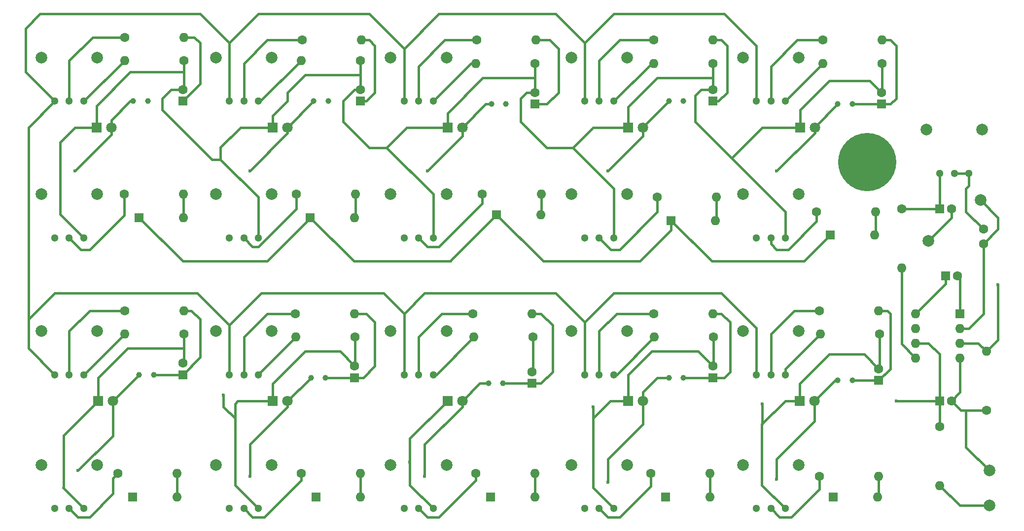
<source format=gbr>
%TF.GenerationSoftware,KiCad,Pcbnew,8.0.7*%
%TF.CreationDate,2025-01-19T09:45:11-05:00*%
%TF.ProjectId,drone_ting,64726f6e-655f-4746-996e-672e6b696361,rev?*%
%TF.SameCoordinates,Original*%
%TF.FileFunction,Copper,L2,Bot*%
%TF.FilePolarity,Positive*%
%FSLAX46Y46*%
G04 Gerber Fmt 4.6, Leading zero omitted, Abs format (unit mm)*
G04 Created by KiCad (PCBNEW 8.0.7) date 2025-01-19 09:45:11*
%MOMM*%
%LPD*%
G01*
G04 APERTURE LIST*
%TA.AperFunction,ComponentPad*%
%ADD10R,1.800000X1.800000*%
%TD*%
%TA.AperFunction,ComponentPad*%
%ADD11C,1.800000*%
%TD*%
%TA.AperFunction,ComponentPad*%
%ADD12C,2.000000*%
%TD*%
%TA.AperFunction,ComponentPad*%
%ADD13C,1.300000*%
%TD*%
%TA.AperFunction,ComponentPad*%
%ADD14C,10.000000*%
%TD*%
%TA.AperFunction,ComponentPad*%
%ADD15C,1.600000*%
%TD*%
%TA.AperFunction,ComponentPad*%
%ADD16O,1.600000X1.600000*%
%TD*%
%TA.AperFunction,ComponentPad*%
%ADD17C,1.000000*%
%TD*%
%TA.AperFunction,ComponentPad*%
%ADD18R,1.600000X1.600000*%
%TD*%
%TA.AperFunction,ViaPad*%
%ADD19C,0.600000*%
%TD*%
%TA.AperFunction,Conductor*%
%ADD20C,0.400000*%
%TD*%
G04 APERTURE END LIST*
D10*
%TO.P,D2,1,K*%
%TO.N,GND*%
X53960000Y-99000000D03*
D11*
%TO.P,D2,2,A*%
%TO.N,Net-(D2-A)*%
X56500000Y-99000000D03*
%TD*%
D10*
%TO.P,D22,1,K*%
%TO.N,GND*%
X174460000Y-99000000D03*
D11*
%TO.P,D22,2,A*%
%TO.N,Net-(D22-A)*%
X177000000Y-99000000D03*
%TD*%
D12*
%TO.P,REF\u002A\u002A,1*%
%TO.N,GND*%
X207000000Y-111000000D03*
%TD*%
D13*
%TO.P,RV7,1,1*%
%TO.N,+12V*%
X76500000Y-47500000D03*
%TO.P,RV7,2,2*%
%TO.N,Net-(R10-Pad1)*%
X79000000Y-47500000D03*
%TO.P,RV7,3,3*%
%TO.N,Net-(R13-Pad2)*%
X81500000Y-47500000D03*
D12*
%TO.P,RV7,*%
%TO.N,*%
X74200000Y-40000000D03*
X83800000Y-40000000D03*
%TD*%
D13*
%TO.P,RV13,1,1*%
%TO.N,+12V*%
X106500000Y-47500000D03*
%TO.P,RV13,2,2*%
%TO.N,Net-(R19-Pad1)*%
X109000000Y-47500000D03*
%TO.P,RV13,3,3*%
%TO.N,Net-(R21-Pad2)*%
X111500000Y-47500000D03*
D12*
%TO.P,RV13,*%
%TO.N,*%
X104200000Y-40000000D03*
X113800000Y-40000000D03*
%TD*%
D13*
%TO.P,RV24,1,1*%
%TO.N,Net-(D21-A)*%
X167000000Y-71000000D03*
%TO.P,RV24,2,2*%
%TO.N,Net-(R38-Pad1)*%
X169500000Y-71000000D03*
%TO.P,RV24,3,3*%
%TO.N,GND*%
X172000000Y-71000000D03*
D12*
%TO.P,RV24,*%
%TO.N,*%
X164700000Y-63500000D03*
X174300000Y-63500000D03*
%TD*%
D13*
%TO.P,RV18,1,1*%
%TO.N,+12V*%
X137500000Y-94500000D03*
%TO.P,RV18,2,2*%
%TO.N,Net-(R27-Pad1)*%
X140000000Y-94500000D03*
%TO.P,RV18,3,3*%
%TO.N,Net-(R29-Pad2)*%
X142500000Y-94500000D03*
D12*
%TO.P,RV18,*%
%TO.N,*%
X135200000Y-87000000D03*
X144800000Y-87000000D03*
%TD*%
D13*
%TO.P,RV16,1,1*%
%TO.N,Net-(D14-A)*%
X106500000Y-117500000D03*
%TO.P,RV16,2,2*%
%TO.N,Net-(R24-Pad1)*%
X109000000Y-117500000D03*
%TO.P,RV16,3,3*%
%TO.N,GND*%
X111500000Y-117500000D03*
D12*
%TO.P,RV16,*%
%TO.N,*%
X104200000Y-110000000D03*
X113800000Y-110000000D03*
%TD*%
D13*
%TO.P,RV15,1,1*%
%TO.N,Net-(D13-A)*%
X106500000Y-71000000D03*
%TO.P,RV15,2,2*%
%TO.N,Net-(R23-Pad1)*%
X109000000Y-71000000D03*
%TO.P,RV15,3,3*%
%TO.N,GND*%
X111500000Y-71000000D03*
D12*
%TO.P,RV15,*%
%TO.N,*%
X104200000Y-63500000D03*
X113800000Y-63500000D03*
%TD*%
D10*
%TO.P,D7,1,K*%
%TO.N,GND*%
X83960000Y-52000000D03*
D11*
%TO.P,D7,2,A*%
%TO.N,Net-(D7-A)*%
X86500000Y-52000000D03*
%TD*%
D13*
%TO.P,RV14,1,1*%
%TO.N,+12V*%
X106500000Y-94500000D03*
%TO.P,RV14,2,2*%
%TO.N,Net-(R20-Pad1)*%
X109000000Y-94500000D03*
%TO.P,RV14,3,3*%
%TO.N,Net-(R22-Pad2)*%
X111500000Y-94500000D03*
D12*
%TO.P,RV14,*%
%TO.N,*%
X104200000Y-87000000D03*
X113800000Y-87000000D03*
%TD*%
D13*
%TO.P,RV17,1,1*%
%TO.N,+12V*%
X137500000Y-47500000D03*
%TO.P,RV17,2,2*%
%TO.N,Net-(R26-Pad1)*%
X140000000Y-47500000D03*
%TO.P,RV17,3,3*%
%TO.N,Net-(R28-Pad2)*%
X142500000Y-47500000D03*
D12*
%TO.P,RV17,*%
%TO.N,*%
X135200000Y-40000000D03*
X144800000Y-40000000D03*
%TD*%
D10*
%TO.P,D1,1,K*%
%TO.N,GND*%
X53728872Y-52000000D03*
D11*
%TO.P,D1,2,A*%
%TO.N,Net-(D1-A)*%
X56268872Y-52000000D03*
%TD*%
D12*
%TO.P,REF\u002A\u002A,1*%
%TO.N,GND*%
X205500000Y-64500000D03*
%TD*%
D10*
%TO.P,D13,1,K*%
%TO.N,GND*%
X113960000Y-52000000D03*
D11*
%TO.P,D13,2,A*%
%TO.N,Net-(D13-A)*%
X116500000Y-52000000D03*
%TD*%
D13*
%TO.P,RV2,1,1*%
%TO.N,+12V*%
X46500000Y-94500000D03*
%TO.P,RV2,2,2*%
%TO.N,Net-(R2-Pad1)*%
X49000000Y-94500000D03*
%TO.P,RV2,3,3*%
%TO.N,Net-(R5-Pad2)*%
X51500000Y-94500000D03*
D12*
%TO.P,RV2,*%
%TO.N,*%
X44200000Y-87000000D03*
X53800000Y-87000000D03*
%TD*%
D10*
%TO.P,D14,1,K*%
%TO.N,GND*%
X113960000Y-99000000D03*
D11*
%TO.P,D14,2,A*%
%TO.N,Net-(D14-A)*%
X116500000Y-99000000D03*
%TD*%
D12*
%TO.P,REF\u002A\u002A,1*%
%TO.N,Net-(C15-Pad2)*%
X196500000Y-71500000D03*
%TD*%
D10*
%TO.P,D21,1,K*%
%TO.N,GND*%
X174500000Y-52000000D03*
D11*
%TO.P,D21,2,A*%
%TO.N,Net-(D21-A)*%
X177040000Y-52000000D03*
%TD*%
D13*
%TO.P,RV10,1,1*%
%TO.N,Net-(D7-A)*%
X76500000Y-71000000D03*
%TO.P,RV10,2,2*%
%TO.N,Net-(R16-Pad1)*%
X79000000Y-71000000D03*
%TO.P,RV10,3,3*%
%TO.N,GND*%
X81500000Y-71000000D03*
D12*
%TO.P,RV10,*%
%TO.N,*%
X74200000Y-63500000D03*
X83800000Y-63500000D03*
%TD*%
D10*
%TO.P,D8,1,K*%
%TO.N,GND*%
X83960000Y-99000000D03*
D11*
%TO.P,D8,2,A*%
%TO.N,Net-(D8-A)*%
X86500000Y-99000000D03*
%TD*%
D13*
%TO.P,RV8,1,1*%
%TO.N,+12V*%
X76500000Y-94500000D03*
%TO.P,RV8,2,2*%
%TO.N,Net-(R11-Pad1)*%
X79000000Y-94500000D03*
%TO.P,RV8,3,3*%
%TO.N,Net-(R14-Pad2)*%
X81500000Y-94500000D03*
D12*
%TO.P,RV8,*%
%TO.N,*%
X74200000Y-87000000D03*
X83800000Y-87000000D03*
%TD*%
%TO.P,REF\u002A\u002A,1*%
%TO.N,+12V*%
X207000000Y-117000000D03*
%TD*%
D13*
%TO.P,RV23,1,1*%
%TO.N,Net-(C15-Pad1)*%
X198500000Y-59887500D03*
%TO.P,RV23,2,2*%
%TO.N,Net-(C16-Pad1)*%
X201000000Y-59887500D03*
%TO.P,RV23,3,3*%
X203500000Y-59887500D03*
D12*
%TO.P,RV23,*%
%TO.N,*%
X196200000Y-52387500D03*
X205800000Y-52387500D03*
%TD*%
D13*
%TO.P,RV22,1,1*%
%TO.N,+12V*%
X167000000Y-94500000D03*
%TO.P,RV22,2,2*%
%TO.N,Net-(R35-Pad1)*%
X169500000Y-94500000D03*
%TO.P,RV22,3,3*%
%TO.N,Net-(R37-Pad2)*%
X172000000Y-94500000D03*
D12*
%TO.P,RV22,*%
%TO.N,*%
X164700000Y-87000000D03*
X174300000Y-87000000D03*
%TD*%
D13*
%TO.P,RV20,1,1*%
%TO.N,Net-(D18-A)*%
X137500000Y-117500000D03*
%TO.P,RV20,2,2*%
%TO.N,Net-(R31-Pad1)*%
X140000000Y-117500000D03*
%TO.P,RV20,3,3*%
%TO.N,GND*%
X142500000Y-117500000D03*
D12*
%TO.P,RV20,*%
%TO.N,*%
X135200000Y-110000000D03*
X144800000Y-110000000D03*
%TD*%
D10*
%TO.P,D18,1,K*%
%TO.N,GND*%
X144960000Y-99000000D03*
D11*
%TO.P,D18,2,A*%
%TO.N,Net-(D18-A)*%
X147500000Y-99000000D03*
%TD*%
D14*
%TO.P,REF\u002A\u002A,1*%
%TO.N,N/C*%
X186000000Y-58000000D03*
%TD*%
D13*
%TO.P,RV25,1,1*%
%TO.N,Net-(D22-A)*%
X167000000Y-117500000D03*
%TO.P,RV25,2,2*%
%TO.N,Net-(R39-Pad1)*%
X169500000Y-117500000D03*
%TO.P,RV25,3,3*%
%TO.N,GND*%
X172000000Y-117500000D03*
D12*
%TO.P,RV25,*%
%TO.N,*%
X164700000Y-110000000D03*
X174300000Y-110000000D03*
%TD*%
D13*
%TO.P,RV11,1,1*%
%TO.N,Net-(D8-A)*%
X76500000Y-117500000D03*
%TO.P,RV11,2,2*%
%TO.N,Net-(R17-Pad1)*%
X79000000Y-117500000D03*
%TO.P,RV11,3,3*%
%TO.N,GND*%
X81500000Y-117500000D03*
D12*
%TO.P,RV11,*%
%TO.N,*%
X74200000Y-110000000D03*
X83800000Y-110000000D03*
%TD*%
D13*
%TO.P,RV4,1,1*%
%TO.N,Net-(D1-A)*%
X46500000Y-71000000D03*
%TO.P,RV4,2,2*%
%TO.N,Net-(R7-Pad1)*%
X49000000Y-71000000D03*
%TO.P,RV4,3,3*%
%TO.N,GND*%
X51500000Y-71000000D03*
D12*
%TO.P,RV4,*%
%TO.N,*%
X44200000Y-63500000D03*
X53800000Y-63500000D03*
%TD*%
D10*
%TO.P,D17,1,K*%
%TO.N,GND*%
X145000000Y-52000000D03*
D11*
%TO.P,D17,2,A*%
%TO.N,Net-(D17-A)*%
X147540000Y-52000000D03*
%TD*%
D13*
%TO.P,RV19,1,1*%
%TO.N,Net-(D17-A)*%
X137500000Y-71000000D03*
%TO.P,RV19,2,2*%
%TO.N,Net-(R30-Pad1)*%
X140000000Y-71000000D03*
%TO.P,RV19,3,3*%
%TO.N,GND*%
X142500000Y-71000000D03*
D12*
%TO.P,RV19,*%
%TO.N,*%
X135200000Y-63500000D03*
X144800000Y-63500000D03*
%TD*%
D13*
%TO.P,RV21,1,1*%
%TO.N,+12V*%
X167000000Y-47500000D03*
%TO.P,RV21,2,2*%
%TO.N,Net-(R34-Pad1)*%
X169500000Y-47500000D03*
%TO.P,RV21,3,3*%
%TO.N,Net-(R36-Pad2)*%
X172000000Y-47500000D03*
D12*
%TO.P,RV21,*%
%TO.N,*%
X164700000Y-40000000D03*
X174300000Y-40000000D03*
%TD*%
D13*
%TO.P,RV5,1,1*%
%TO.N,Net-(D2-A)*%
X46500000Y-117500000D03*
%TO.P,RV5,2,2*%
%TO.N,Net-(R8-Pad1)*%
X49000000Y-117500000D03*
%TO.P,RV5,3,3*%
%TO.N,GND*%
X51500000Y-117500000D03*
D12*
%TO.P,RV5,*%
%TO.N,*%
X44200000Y-110000000D03*
X53800000Y-110000000D03*
%TD*%
D13*
%TO.P,RV1,1,1*%
%TO.N,+12V*%
X46500000Y-47500000D03*
%TO.P,RV1,2,2*%
%TO.N,Net-(R1-Pad1)*%
X49000000Y-47500000D03*
%TO.P,RV1,3,3*%
%TO.N,Net-(R4-Pad2)*%
X51500000Y-47500000D03*
D12*
%TO.P,RV1,*%
%TO.N,*%
X44200000Y-40000000D03*
X53800000Y-40000000D03*
%TD*%
D15*
%TO.P,R23,1*%
%TO.N,Net-(R23-Pad1)*%
X119920000Y-63500000D03*
D16*
%TO.P,R23,2*%
%TO.N,Net-(D15-A)*%
X130080000Y-63500000D03*
%TD*%
D15*
%TO.P,R2,1*%
%TO.N,Net-(R2-Pad1)*%
X58500000Y-83500000D03*
D16*
%TO.P,R2,2*%
%TO.N,Net-(Q2-E)*%
X68660000Y-83500000D03*
%TD*%
D15*
%TO.P,R28,1*%
%TO.N,GND*%
X159580000Y-41000000D03*
D16*
%TO.P,R28,2*%
%TO.N,Net-(R28-Pad2)*%
X149420000Y-41000000D03*
%TD*%
D15*
%TO.P,R11,1*%
%TO.N,Net-(R11-Pad1)*%
X87840000Y-84000000D03*
D16*
%TO.P,R11,2*%
%TO.N,Net-(Q5-E)*%
X98000000Y-84000000D03*
%TD*%
D17*
%TO.P,Q11,1,E*%
%TO.N,Net-(Q11-E)*%
X183500000Y-48000000D03*
%TO.P,Q11,3,C*%
%TO.N,Net-(D21-A)*%
X181000000Y-48000000D03*
%TD*%
D18*
%TO.P,D23,1,K*%
%TO.N,Mix*%
X179690000Y-70500000D03*
D16*
%TO.P,D23,2,A*%
%TO.N,Net-(D23-A)*%
X187310000Y-70500000D03*
%TD*%
D18*
%TO.P,D16,1,K*%
%TO.N,Mix*%
X121380000Y-115500000D03*
D16*
%TO.P,D16,2,A*%
%TO.N,Net-(D16-A)*%
X129000000Y-115500000D03*
%TD*%
D15*
%TO.P,R22,1*%
%TO.N,GND*%
X128660000Y-88000000D03*
D16*
%TO.P,R22,2*%
%TO.N,Net-(R22-Pad2)*%
X118500000Y-88000000D03*
%TD*%
D15*
%TO.P,R37,1*%
%TO.N,GND*%
X188160000Y-87500000D03*
D16*
%TO.P,R37,2*%
%TO.N,Net-(R37-Pad2)*%
X178000000Y-87500000D03*
%TD*%
D17*
%TO.P,Q8,1,E*%
%TO.N,Net-(Q8-E)*%
X123500000Y-96000000D03*
%TO.P,Q8,3,C*%
%TO.N,Net-(D14-A)*%
X121000000Y-96000000D03*
%TD*%
D15*
%TO.P,R29,1*%
%TO.N,GND*%
X159660000Y-88000000D03*
D16*
%TO.P,R29,2*%
%TO.N,Net-(R29-Pad2)*%
X149500000Y-88000000D03*
%TD*%
D17*
%TO.P,Q7,1,E*%
%TO.N,Net-(Q7-E)*%
X124000000Y-48000000D03*
%TO.P,Q7,3,C*%
%TO.N,Net-(D13-A)*%
X121500000Y-48000000D03*
%TD*%
D15*
%TO.P,R31,1*%
%TO.N,Net-(R31-Pad1)*%
X148840000Y-111500000D03*
D16*
%TO.P,R31,2*%
%TO.N,Net-(D20-A)*%
X159000000Y-111500000D03*
%TD*%
D15*
%TO.P,R35,1*%
%TO.N,Net-(R35-Pad1)*%
X177840000Y-83500000D03*
D16*
%TO.P,R35,2*%
%TO.N,Net-(Q12-E)*%
X188000000Y-83500000D03*
%TD*%
D17*
%TO.P,Q2,1,E*%
%TO.N,Net-(Q2-E)*%
X63500000Y-94500000D03*
%TO.P,Q2,3,C*%
%TO.N,Net-(D2-A)*%
X61000000Y-94500000D03*
%TD*%
D15*
%TO.P,C16,1*%
%TO.N,Net-(C16-Pad1)*%
X206000000Y-69500000D03*
%TO.P,C16,2*%
%TO.N,GND*%
X206000000Y-72000000D03*
%TD*%
D18*
%TO.P,C9,1*%
%TO.N,+12V*%
X198500000Y-99000000D03*
D15*
%TO.P,C9,2*%
%TO.N,GND*%
X200500000Y-99000000D03*
%TD*%
%TO.P,R21,1*%
%TO.N,GND*%
X129000000Y-41000000D03*
D16*
%TO.P,R21,2*%
%TO.N,Net-(R21-Pad2)*%
X118840000Y-41000000D03*
%TD*%
D18*
%TO.P,C7,1*%
%TO.N,Net-(Q7-E)*%
X129000000Y-48000000D03*
D15*
%TO.P,C7,2*%
%TO.N,GND*%
X129000000Y-46000000D03*
%TD*%
D18*
%TO.P,C2,1*%
%TO.N,Net-(Q2-E)*%
X68500000Y-94500000D03*
D15*
%TO.P,C2,2*%
%TO.N,GND*%
X68500000Y-92500000D03*
%TD*%
%TO.P,R32,1*%
%TO.N,GND*%
X206500000Y-100660000D03*
D16*
%TO.P,R32,2*%
%TO.N,Mix*%
X206500000Y-90500000D03*
%TD*%
D17*
%TO.P,Q1,1,E*%
%TO.N,Net-(Q1-E)*%
X62500000Y-47500000D03*
%TO.P,Q1,3,C*%
%TO.N,Net-(D1-A)*%
X60000000Y-47500000D03*
%TD*%
D15*
%TO.P,R13,1*%
%TO.N,GND*%
X99000000Y-40500000D03*
D16*
%TO.P,R13,2*%
%TO.N,Net-(R13-Pad2)*%
X88840000Y-40500000D03*
%TD*%
D15*
%TO.P,R4,1*%
%TO.N,GND*%
X68660000Y-40500000D03*
D16*
%TO.P,R4,2*%
%TO.N,Net-(R4-Pad2)*%
X58500000Y-40500000D03*
%TD*%
D17*
%TO.P,Q12,1,E*%
%TO.N,Net-(Q12-E)*%
X183500000Y-95500000D03*
%TO.P,Q12,3,C*%
%TO.N,Net-(D22-A)*%
X181000000Y-95500000D03*
%TD*%
%TO.P,Q4,1,E*%
%TO.N,Net-(Q4-E)*%
X93500000Y-47500000D03*
%TO.P,Q4,3,C*%
%TO.N,Net-(D7-A)*%
X91000000Y-47500000D03*
%TD*%
D15*
%TO.P,R19,1*%
%TO.N,Net-(R19-Pad1)*%
X119000000Y-37000000D03*
D16*
%TO.P,R19,2*%
%TO.N,Net-(Q7-E)*%
X129160000Y-37000000D03*
%TD*%
D18*
%TO.P,C14,1*%
%TO.N,Net-(C14-Pad1)*%
X199500000Y-77500000D03*
D15*
%TO.P,C14,2*%
%TO.N,Net-(C14-Pad2)*%
X201500000Y-77500000D03*
%TD*%
D18*
%TO.P,D4,1,K*%
%TO.N,Mix*%
X61000000Y-67500000D03*
D16*
%TO.P,D4,2,A*%
%TO.N,Net-(D4-A)*%
X68620000Y-67500000D03*
%TD*%
D18*
%TO.P,D24,1,K*%
%TO.N,Mix*%
X180190000Y-115500000D03*
D16*
%TO.P,D24,2,A*%
%TO.N,Net-(D24-A)*%
X187810000Y-115500000D03*
%TD*%
D17*
%TO.P,Q5,1,E*%
%TO.N,Net-(Q5-E)*%
X93000000Y-95000000D03*
%TO.P,Q5,3,C*%
%TO.N,Net-(D8-A)*%
X90500000Y-95000000D03*
%TD*%
D15*
%TO.P,R36,1*%
%TO.N,GND*%
X188580000Y-41000000D03*
D16*
%TO.P,R36,2*%
%TO.N,Net-(R36-Pad2)*%
X178420000Y-41000000D03*
%TD*%
D18*
%TO.P,D20,1,K*%
%TO.N,Mix*%
X151380000Y-115500000D03*
D16*
%TO.P,D20,2,A*%
%TO.N,Net-(D20-A)*%
X159000000Y-115500000D03*
%TD*%
D18*
%TO.P,D10,1,K*%
%TO.N,Mix*%
X90380000Y-67500000D03*
D16*
%TO.P,D10,2,A*%
%TO.N,Net-(D10-A)*%
X98000000Y-67500000D03*
%TD*%
D18*
%TO.P,C1,1*%
%TO.N,Net-(Q1-E)*%
X68500000Y-47500000D03*
D15*
%TO.P,C1,2*%
%TO.N,GND*%
X68500000Y-45500000D03*
%TD*%
%TO.P,R24,1*%
%TO.N,Net-(R24-Pad1)*%
X118840000Y-111500000D03*
D16*
%TO.P,R24,2*%
%TO.N,Net-(D16-A)*%
X129000000Y-111500000D03*
%TD*%
D18*
%TO.P,D19,1,K*%
%TO.N,Mix*%
X152380000Y-68000000D03*
D16*
%TO.P,D19,2,A*%
%TO.N,Net-(D19-A)*%
X160000000Y-68000000D03*
%TD*%
D17*
%TO.P,Q9,1,E*%
%TO.N,Net-(Q9-E)*%
X154500000Y-47500000D03*
%TO.P,Q9,3,C*%
%TO.N,Net-(D17-A)*%
X152000000Y-47500000D03*
%TD*%
D15*
%TO.P,R10,1*%
%TO.N,Net-(R10-Pad1)*%
X89000000Y-37000000D03*
D16*
%TO.P,R10,2*%
%TO.N,Net-(Q4-E)*%
X99160000Y-37000000D03*
%TD*%
D18*
%TO.P,C8,1*%
%TO.N,Net-(Q8-E)*%
X128500000Y-96000000D03*
D15*
%TO.P,C8,2*%
%TO.N,GND*%
X128500000Y-94000000D03*
%TD*%
D18*
%TO.P,U1,1,GAIN*%
%TO.N,Net-(C14-Pad2)*%
X202000000Y-84000000D03*
D16*
%TO.P,U1,2,-*%
%TO.N,GND*%
X202000000Y-86540000D03*
%TO.P,U1,3,+*%
%TO.N,Mix*%
X202000000Y-89080000D03*
%TO.P,U1,4,GND*%
%TO.N,GND*%
X202000000Y-91620000D03*
%TO.P,U1,5*%
%TO.N,Net-(R33-Pad2)*%
X194380000Y-91620000D03*
%TO.P,U1,6,V+*%
%TO.N,+12V*%
X194380000Y-89080000D03*
%TO.P,U1,7,BYPASS*%
%TO.N,unconnected-(U1-BYPASS-Pad7)*%
X194380000Y-86540000D03*
%TO.P,U1,8,GAIN*%
%TO.N,Net-(C14-Pad1)*%
X194380000Y-84000000D03*
%TD*%
D17*
%TO.P,Q10,1,E*%
%TO.N,Net-(Q10-E)*%
X154500000Y-95000000D03*
%TO.P,Q10,3,C*%
%TO.N,Net-(D18-A)*%
X152000000Y-95000000D03*
%TD*%
D15*
%TO.P,R33,1*%
%TO.N,Net-(C15-Pad1)*%
X192000000Y-66000000D03*
D16*
%TO.P,R33,2*%
%TO.N,Net-(R33-Pad2)*%
X192000000Y-76160000D03*
%TD*%
D15*
%TO.P,R5,1*%
%TO.N,GND*%
X68660000Y-87500000D03*
D16*
%TO.P,R5,2*%
%TO.N,Net-(R5-Pad2)*%
X58500000Y-87500000D03*
%TD*%
D15*
%TO.P,R8,1*%
%TO.N,Net-(R8-Pad1)*%
X57340000Y-111500000D03*
D16*
%TO.P,R8,2*%
%TO.N,Net-(D5-A)*%
X67500000Y-111500000D03*
%TD*%
D18*
%TO.P,C5,1*%
%TO.N,Net-(Q5-E)*%
X98000000Y-95000000D03*
D15*
%TO.P,C5,2*%
%TO.N,GND*%
X98000000Y-93000000D03*
%TD*%
%TO.P,R25,1*%
%TO.N,+12V*%
X198500000Y-103420000D03*
D16*
%TO.P,R25,2*%
X198500000Y-113580000D03*
%TD*%
D15*
%TO.P,R34,1*%
%TO.N,Net-(R34-Pad1)*%
X178420000Y-37000000D03*
D16*
%TO.P,R34,2*%
%TO.N,Net-(Q11-E)*%
X188580000Y-37000000D03*
%TD*%
D15*
%TO.P,R27,1*%
%TO.N,Net-(R27-Pad1)*%
X149340000Y-84000000D03*
D16*
%TO.P,R27,2*%
%TO.N,Net-(Q10-E)*%
X159500000Y-84000000D03*
%TD*%
D18*
%TO.P,C15,1*%
%TO.N,Net-(C15-Pad1)*%
X198500000Y-66000000D03*
D15*
%TO.P,C15,2*%
%TO.N,Net-(C15-Pad2)*%
X200500000Y-66000000D03*
%TD*%
%TO.P,R38,1*%
%TO.N,Net-(R38-Pad1)*%
X177340000Y-66500000D03*
D16*
%TO.P,R38,2*%
%TO.N,Net-(D23-A)*%
X187500000Y-66500000D03*
%TD*%
D18*
%TO.P,C4,1*%
%TO.N,Net-(Q4-E)*%
X99000000Y-47500000D03*
D15*
%TO.P,C4,2*%
%TO.N,GND*%
X99000000Y-45500000D03*
%TD*%
D18*
%TO.P,C12,1*%
%TO.N,Net-(Q11-E)*%
X188500000Y-48000000D03*
D15*
%TO.P,C12,2*%
%TO.N,GND*%
X188500000Y-46000000D03*
%TD*%
%TO.P,R14,1*%
%TO.N,GND*%
X98080000Y-88000000D03*
D16*
%TO.P,R14,2*%
%TO.N,Net-(R14-Pad2)*%
X87920000Y-88000000D03*
%TD*%
D18*
%TO.P,D5,1,K*%
%TO.N,Mix*%
X59880000Y-115500000D03*
D16*
%TO.P,D5,2,A*%
%TO.N,Net-(D5-A)*%
X67500000Y-115500000D03*
%TD*%
D15*
%TO.P,R1,1*%
%TO.N,Net-(R1-Pad1)*%
X58500000Y-36500000D03*
D16*
%TO.P,R1,2*%
%TO.N,Net-(Q1-E)*%
X68660000Y-36500000D03*
%TD*%
D15*
%TO.P,R7,1*%
%TO.N,Net-(R7-Pad1)*%
X58420000Y-63500000D03*
D16*
%TO.P,R7,2*%
%TO.N,Net-(D4-A)*%
X68580000Y-63500000D03*
%TD*%
D15*
%TO.P,R16,1*%
%TO.N,Net-(R16-Pad1)*%
X88000000Y-63500000D03*
D16*
%TO.P,R16,2*%
%TO.N,Net-(D10-A)*%
X98160000Y-63500000D03*
%TD*%
D15*
%TO.P,R30,1*%
%TO.N,Net-(R30-Pad1)*%
X150000000Y-64000000D03*
D16*
%TO.P,R30,2*%
%TO.N,Net-(D19-A)*%
X160160000Y-64000000D03*
%TD*%
D18*
%TO.P,D11,1,K*%
%TO.N,Mix*%
X91380000Y-115500000D03*
D16*
%TO.P,D11,2,A*%
%TO.N,Net-(D11-A)*%
X99000000Y-115500000D03*
%TD*%
D15*
%TO.P,R17,1*%
%TO.N,Net-(R17-Pad1)*%
X88840000Y-111500000D03*
D16*
%TO.P,R17,2*%
%TO.N,Net-(D11-A)*%
X99000000Y-111500000D03*
%TD*%
D15*
%TO.P,R26,1*%
%TO.N,Net-(R26-Pad1)*%
X149420000Y-37000000D03*
D16*
%TO.P,R26,2*%
%TO.N,Net-(Q9-E)*%
X159580000Y-37000000D03*
%TD*%
D18*
%TO.P,C11,1*%
%TO.N,Net-(Q10-E)*%
X159500000Y-95000000D03*
D15*
%TO.P,C11,2*%
%TO.N,GND*%
X159500000Y-93000000D03*
%TD*%
D18*
%TO.P,C13,1*%
%TO.N,Net-(Q12-E)*%
X188000000Y-95500000D03*
D15*
%TO.P,C13,2*%
%TO.N,GND*%
X188000000Y-93500000D03*
%TD*%
%TO.P,R39,1*%
%TO.N,Net-(R39-Pad1)*%
X177840000Y-112000000D03*
D16*
%TO.P,R39,2*%
%TO.N,Net-(D24-A)*%
X188000000Y-112000000D03*
%TD*%
D15*
%TO.P,R20,1*%
%TO.N,Net-(R20-Pad1)*%
X118340000Y-84000000D03*
D16*
%TO.P,R20,2*%
%TO.N,Net-(Q8-E)*%
X128500000Y-84000000D03*
%TD*%
D18*
%TO.P,D15,1,K*%
%TO.N,Mix*%
X122380000Y-67000000D03*
D16*
%TO.P,D15,2,A*%
%TO.N,Net-(D15-A)*%
X130000000Y-67000000D03*
%TD*%
D18*
%TO.P,C10,1*%
%TO.N,Net-(Q9-E)*%
X159500000Y-47500000D03*
D15*
%TO.P,C10,2*%
%TO.N,GND*%
X159500000Y-45500000D03*
%TD*%
D19*
%TO.N,Net-(D1-A)*%
X50000000Y-59500000D03*
%TO.N,+12V*%
X191000000Y-99000000D03*
%TO.N,GND*%
X107500000Y-109500000D03*
X139000000Y-100000000D03*
X168000000Y-99500000D03*
X75500000Y-98000000D03*
%TO.N,Net-(D2-A)*%
X50500000Y-111000000D03*
%TO.N,Mix*%
X208500000Y-79000000D03*
%TO.N,Net-(D7-A)*%
X80000000Y-59500000D03*
%TO.N,Net-(D8-A)*%
X80000000Y-112000000D03*
%TO.N,Net-(D13-A)*%
X110500000Y-59500000D03*
%TO.N,Net-(D14-A)*%
X110000000Y-112000000D03*
%TO.N,Net-(D17-A)*%
X141500000Y-59500000D03*
%TO.N,Net-(D18-A)*%
X141500000Y-113000000D03*
%TO.N,Net-(D21-A)*%
X170500000Y-59500000D03*
%TO.N,Net-(D22-A)*%
X170500000Y-112500000D03*
%TD*%
D20*
%TO.N,Net-(D1-A)*%
X59500000Y-47500000D02*
X56268872Y-50731128D01*
X56268872Y-53231128D02*
X56268872Y-52000000D01*
X56268872Y-50731128D02*
X56268872Y-52000000D01*
X60000000Y-47500000D02*
X59500000Y-47500000D01*
X50000000Y-59500000D02*
X56268872Y-53231128D01*
%TO.N,Net-(Q1-E)*%
X68660000Y-36500000D02*
X70500000Y-36500000D01*
X71500000Y-44500000D02*
X68500000Y-47500000D01*
X71500000Y-37500000D02*
X71500000Y-44500000D01*
X70500000Y-36500000D02*
X71500000Y-37500000D01*
%TO.N,+12V*%
X106500000Y-38500000D02*
X106500000Y-47500000D01*
X137500000Y-85500000D02*
X142500000Y-80500000D01*
X46500000Y-80500000D02*
X71000000Y-80500000D01*
X76500000Y-86000000D02*
X76500000Y-94500000D01*
X42000000Y-52000000D02*
X42000000Y-85000000D01*
X71000000Y-80500000D02*
X76500000Y-86000000D01*
X76500000Y-37500000D02*
X81500000Y-32500000D01*
X76500000Y-86000000D02*
X82000000Y-80500000D01*
X207000000Y-117000000D02*
X201920000Y-117000000D01*
X106500000Y-84000000D02*
X110000000Y-80500000D01*
X42000000Y-85000000D02*
X46500000Y-80500000D01*
X76500000Y-37500000D02*
X76500000Y-47500000D01*
X137500000Y-85500000D02*
X137500000Y-94500000D01*
X196580000Y-89080000D02*
X198500000Y-91000000D01*
X167000000Y-38000000D02*
X167000000Y-47500000D01*
X132500000Y-32500000D02*
X137500000Y-37500000D01*
X106500000Y-84000000D02*
X106500000Y-94500000D01*
X106500000Y-38500000D02*
X112500000Y-32500000D01*
X137500000Y-37500000D02*
X137500000Y-47500000D01*
X41500000Y-42500000D02*
X41500000Y-35000000D01*
X142500000Y-32500000D02*
X161500000Y-32500000D01*
X110000000Y-80500000D02*
X132500000Y-80500000D01*
X137500000Y-37500000D02*
X142500000Y-32500000D01*
X198500000Y-91000000D02*
X198500000Y-99000000D01*
X41500000Y-35000000D02*
X44000000Y-32500000D01*
X42000000Y-85000000D02*
X42000000Y-90000000D01*
X71500000Y-32500000D02*
X76500000Y-37500000D01*
X161500000Y-32500000D02*
X167000000Y-38000000D01*
X46500000Y-47500000D02*
X41500000Y-42500000D01*
X132500000Y-80500000D02*
X137500000Y-85500000D01*
X198500000Y-99000000D02*
X191000000Y-99000000D01*
X198500000Y-103420000D02*
X198500000Y-99000000D01*
X44000000Y-32500000D02*
X71500000Y-32500000D01*
X100500000Y-32500000D02*
X106500000Y-38500000D01*
X42000000Y-90000000D02*
X46500000Y-94500000D01*
X112500000Y-32500000D02*
X132500000Y-32500000D01*
X167000000Y-86500000D02*
X167000000Y-94500000D01*
X161000000Y-80500000D02*
X167000000Y-86500000D01*
X103000000Y-80500000D02*
X106500000Y-84000000D01*
X82000000Y-80500000D02*
X103000000Y-80500000D01*
X142500000Y-80500000D02*
X161000000Y-80500000D01*
X194380000Y-89080000D02*
X196580000Y-89080000D01*
X201920000Y-117000000D02*
X198500000Y-113580000D01*
X81500000Y-32500000D02*
X100500000Y-32500000D01*
X46500000Y-47500000D02*
X42000000Y-52000000D01*
%TO.N,GND*%
X47460000Y-66960000D02*
X51500000Y-71000000D01*
X99000000Y-45500000D02*
X98000000Y-45500000D01*
X54000000Y-95000000D02*
X54000000Y-96000000D01*
X128660000Y-93840000D02*
X128500000Y-94000000D01*
X203000000Y-107000000D02*
X203000000Y-100660000D01*
X53960000Y-99000000D02*
X48000000Y-104960000D01*
X50000000Y-52000000D02*
X47460000Y-54540000D01*
X141960000Y-99000000D02*
X138960000Y-102000000D01*
X77460000Y-102000000D02*
X77460000Y-113460000D01*
X206500000Y-100660000D02*
X203000000Y-100660000D01*
X188500000Y-46000000D02*
X186500000Y-44000000D01*
X95500000Y-90500000D02*
X89500000Y-90500000D01*
X202160000Y-100660000D02*
X200500000Y-99000000D01*
X179500000Y-91000000D02*
X174460000Y-96040000D01*
X96000000Y-51000000D02*
X100500000Y-55500000D01*
X99000000Y-43000000D02*
X89500000Y-43000000D01*
X157500000Y-45500000D02*
X156500000Y-46500000D01*
X172000000Y-66500000D02*
X172000000Y-71000000D01*
X128660000Y-88000000D02*
X128660000Y-93840000D01*
X98080000Y-88000000D02*
X98080000Y-92920000D01*
X159580000Y-45420000D02*
X159500000Y-45500000D01*
X208500000Y-69500000D02*
X206000000Y-72000000D01*
X159660000Y-88000000D02*
X159660000Y-92840000D01*
X202000000Y-97500000D02*
X202000000Y-91620000D01*
X107500000Y-109500000D02*
X107500000Y-113420000D01*
X174500000Y-49000000D02*
X174500000Y-52000000D01*
X159580000Y-43000000D02*
X159580000Y-43500000D01*
X73500000Y-57500000D02*
X75000000Y-57500000D01*
X159580000Y-43500000D02*
X150000000Y-43500000D01*
X75000000Y-55460000D02*
X75000000Y-57500000D01*
X68660000Y-92340000D02*
X68500000Y-92500000D01*
X131000000Y-55500000D02*
X135500000Y-55500000D01*
X188160000Y-93340000D02*
X188000000Y-93500000D01*
X99000000Y-40500000D02*
X99000000Y-43000000D01*
X47460000Y-54540000D02*
X47460000Y-66960000D01*
X98000000Y-93000000D02*
X95500000Y-90500000D01*
X68660000Y-44840000D02*
X68660000Y-42500000D01*
X188580000Y-43000000D02*
X188580000Y-45920000D01*
X185500000Y-91000000D02*
X179500000Y-91000000D01*
X203460000Y-86540000D02*
X202000000Y-86540000D01*
X100500000Y-55500000D02*
X103500000Y-55500000D01*
X59500000Y-42500000D02*
X53728872Y-48271128D01*
X144960000Y-99000000D02*
X141960000Y-99000000D01*
X174460000Y-96040000D02*
X174460000Y-99000000D01*
X83960000Y-96040000D02*
X83960000Y-99000000D01*
X135500000Y-55500000D02*
X142500000Y-62500000D01*
X113960000Y-49540000D02*
X113960000Y-52000000D01*
X139000000Y-52000000D02*
X135500000Y-55500000D01*
X208500000Y-67500000D02*
X208500000Y-69500000D01*
X103500000Y-55500000D02*
X111500000Y-63500000D01*
X53960000Y-96040000D02*
X53960000Y-99000000D01*
X68660000Y-90000000D02*
X68660000Y-92340000D01*
X174460000Y-99000000D02*
X171960000Y-99000000D01*
X156500000Y-51000000D02*
X162750000Y-57250000D01*
X159580000Y-43500000D02*
X159580000Y-45420000D01*
X98000000Y-45500000D02*
X96000000Y-47500000D01*
X107500000Y-113420000D02*
X107460000Y-113460000D01*
X157000000Y-90500000D02*
X149000000Y-90500000D01*
X48000000Y-113920000D02*
X47960000Y-113960000D01*
X78460000Y-52000000D02*
X75000000Y-55460000D01*
X168000000Y-102960000D02*
X167960000Y-103000000D01*
X203000000Y-100660000D02*
X202160000Y-100660000D01*
X168000000Y-99500000D02*
X168000000Y-102960000D01*
X77460000Y-99500000D02*
X77460000Y-102000000D01*
X47960000Y-113960000D02*
X51500000Y-117500000D01*
X188580000Y-41000000D02*
X188580000Y-43000000D01*
X75500000Y-100040000D02*
X77460000Y-102000000D01*
X139000000Y-101960000D02*
X138960000Y-102000000D01*
X107500000Y-105460000D02*
X107500000Y-109500000D01*
X68660000Y-90000000D02*
X59000000Y-90000000D01*
X167960000Y-103000000D02*
X167960000Y-113460000D01*
X138960000Y-102000000D02*
X138960000Y-113960000D01*
X188000000Y-93500000D02*
X185500000Y-91000000D01*
X86500000Y-46000000D02*
X86500000Y-47500000D01*
X150000000Y-43500000D02*
X145000000Y-48500000D01*
X83960000Y-99000000D02*
X77960000Y-99000000D01*
X65000000Y-47000000D02*
X65000000Y-49000000D01*
X159500000Y-45500000D02*
X157500000Y-45500000D01*
X77960000Y-99000000D02*
X77460000Y-99500000D01*
X68660000Y-42500000D02*
X68660000Y-40500000D01*
X68500000Y-45500000D02*
X68500000Y-45000000D01*
X206000000Y-84000000D02*
X203460000Y-86540000D01*
X111500000Y-63500000D02*
X111500000Y-71000000D01*
X59000000Y-90000000D02*
X54000000Y-95000000D01*
X113960000Y-99000000D02*
X107500000Y-105460000D01*
X68660000Y-87500000D02*
X68660000Y-90000000D01*
X171960000Y-99000000D02*
X167960000Y-103000000D01*
X127500000Y-46000000D02*
X126500000Y-47000000D01*
X129000000Y-43500000D02*
X120000000Y-43500000D01*
X138960000Y-113960000D02*
X142500000Y-117500000D01*
X54000000Y-96000000D02*
X53960000Y-96040000D01*
X205500000Y-64500000D02*
X208500000Y-67500000D01*
X207000000Y-111000000D02*
X203000000Y-107000000D01*
X145000000Y-48500000D02*
X145000000Y-52000000D01*
X144960000Y-94540000D02*
X144960000Y-99000000D01*
X139000000Y-100000000D02*
X139000000Y-101960000D01*
X48000000Y-104960000D02*
X48000000Y-113920000D01*
X188160000Y-87500000D02*
X188160000Y-93340000D01*
X156500000Y-46500000D02*
X156500000Y-51000000D01*
X68500000Y-45500000D02*
X66500000Y-45500000D01*
X129000000Y-43500000D02*
X129000000Y-46000000D01*
X66500000Y-45500000D02*
X65000000Y-47000000D01*
X179500000Y-44000000D02*
X174500000Y-49000000D01*
X107460000Y-113460000D02*
X111500000Y-117500000D01*
X174500000Y-52000000D02*
X168000000Y-52000000D01*
X53728872Y-48271128D02*
X53728872Y-52000000D01*
X142500000Y-62500000D02*
X142500000Y-71000000D01*
X145000000Y-52000000D02*
X139000000Y-52000000D01*
X129000000Y-46000000D02*
X127500000Y-46000000D01*
X68500000Y-45000000D02*
X68660000Y-44840000D01*
X77460000Y-113460000D02*
X81500000Y-117500000D01*
X89500000Y-43000000D02*
X86500000Y-46000000D01*
X81500000Y-64000000D02*
X81500000Y-71000000D01*
X168000000Y-52000000D02*
X162750000Y-57250000D01*
X75500000Y-98000000D02*
X75500000Y-100040000D01*
X159500000Y-93000000D02*
X157000000Y-90500000D01*
X126500000Y-47000000D02*
X126500000Y-51000000D01*
X75000000Y-57500000D02*
X81500000Y-64000000D01*
X107000000Y-52000000D02*
X103500000Y-55500000D01*
X68660000Y-42500000D02*
X59500000Y-42500000D01*
X149000000Y-90500000D02*
X144960000Y-94540000D01*
X89500000Y-90500000D02*
X83960000Y-96040000D01*
X120000000Y-43500000D02*
X113960000Y-49540000D01*
X186500000Y-44000000D02*
X179500000Y-44000000D01*
X113960000Y-52000000D02*
X107000000Y-52000000D01*
X96000000Y-47500000D02*
X96000000Y-51000000D01*
X98080000Y-92920000D02*
X98000000Y-93000000D01*
X126500000Y-51000000D02*
X131000000Y-55500000D01*
X200500000Y-99000000D02*
X202000000Y-97500000D01*
X129000000Y-41000000D02*
X129000000Y-43500000D01*
X206000000Y-72000000D02*
X206000000Y-84000000D01*
X99000000Y-43000000D02*
X99000000Y-45500000D01*
X159660000Y-92840000D02*
X159500000Y-93000000D01*
X65000000Y-49000000D02*
X73500000Y-57500000D01*
X167960000Y-113460000D02*
X172000000Y-117500000D01*
X83960000Y-52000000D02*
X78460000Y-52000000D01*
X86500000Y-47500000D02*
X83960000Y-50040000D01*
X159580000Y-41000000D02*
X159580000Y-43000000D01*
X188580000Y-45920000D02*
X188500000Y-46000000D01*
X53728872Y-52000000D02*
X50000000Y-52000000D01*
X83960000Y-50040000D02*
X83960000Y-52000000D01*
X162750000Y-57250000D02*
X172000000Y-66500000D01*
%TO.N,Net-(Q2-E)*%
X68500000Y-94500000D02*
X63500000Y-94500000D01*
X71500000Y-91500000D02*
X68500000Y-94500000D01*
X70000000Y-83500000D02*
X71500000Y-85000000D01*
X68660000Y-83500000D02*
X70000000Y-83500000D01*
X71500000Y-85000000D02*
X71500000Y-91500000D01*
%TO.N,Net-(D2-A)*%
X56500000Y-105000000D02*
X56500000Y-99000000D01*
X61000000Y-94500000D02*
X56500000Y-99000000D01*
X50500000Y-111000000D02*
X56500000Y-105000000D01*
%TO.N,Net-(D4-A)*%
X68580000Y-67460000D02*
X68620000Y-67500000D01*
X68580000Y-63500000D02*
X68580000Y-67460000D01*
%TO.N,Net-(Q4-E)*%
X100500000Y-37000000D02*
X101500000Y-38000000D01*
X101500000Y-38000000D02*
X101500000Y-46000000D01*
X101500000Y-46000000D02*
X100000000Y-47500000D01*
X100000000Y-47500000D02*
X99000000Y-47500000D01*
X99160000Y-37000000D02*
X100500000Y-37000000D01*
%TO.N,Net-(D5-A)*%
X67500000Y-111500000D02*
X67500000Y-115500000D01*
%TO.N,Net-(R2-Pad1)*%
X52500000Y-83500000D02*
X49000000Y-87000000D01*
X58500000Y-83500000D02*
X52500000Y-83500000D01*
X49000000Y-87000000D02*
X49000000Y-94500000D01*
%TO.N,Net-(R4-Pad2)*%
X51500000Y-47500000D02*
X58500000Y-40500000D01*
X58420000Y-40580000D02*
X58420000Y-40500000D01*
%TO.N,Net-(R8-Pad1)*%
X52500000Y-119000000D02*
X50500000Y-119000000D01*
X57340000Y-111500000D02*
X56540001Y-112299999D01*
X56540001Y-114959999D02*
X52500000Y-119000000D01*
X56540001Y-112299999D02*
X56540001Y-114959999D01*
X50500000Y-119000000D02*
X49000000Y-117500000D01*
%TO.N,Net-(R11-Pad1)*%
X79000000Y-88000000D02*
X79000000Y-94500000D01*
X87840000Y-84000000D02*
X83000000Y-84000000D01*
X83000000Y-84000000D02*
X79000000Y-88000000D01*
%TO.N,Net-(Q5-E)*%
X98000000Y-84000000D02*
X100000000Y-84000000D01*
X99500000Y-95000000D02*
X98000000Y-95000000D01*
X101500000Y-85500000D02*
X101500000Y-93000000D01*
X100000000Y-84000000D02*
X101500000Y-85500000D01*
X98000000Y-95000000D02*
X93000000Y-95000000D01*
X101500000Y-93000000D02*
X99500000Y-95000000D01*
%TO.N,Net-(Q7-E)*%
X133000000Y-46000000D02*
X131000000Y-48000000D01*
X133000000Y-38500000D02*
X133000000Y-46000000D01*
X131500000Y-37000000D02*
X133000000Y-38500000D01*
X131000000Y-48000000D02*
X129000000Y-48000000D01*
X129160000Y-37000000D02*
X131500000Y-37000000D01*
%TO.N,Net-(Q8-E)*%
X130000000Y-96000000D02*
X128500000Y-96000000D01*
X130000000Y-84000000D02*
X132000000Y-86000000D01*
X128500000Y-84000000D02*
X130000000Y-84000000D01*
X132000000Y-86000000D02*
X132000000Y-94000000D01*
X128500000Y-96000000D02*
X123500000Y-96000000D01*
X132000000Y-94000000D02*
X130000000Y-96000000D01*
%TO.N,Net-(Q9-E)*%
X162000000Y-38000000D02*
X162000000Y-46000000D01*
X159580000Y-37000000D02*
X161000000Y-37000000D01*
X161000000Y-37000000D02*
X162000000Y-38000000D01*
X160500000Y-47500000D02*
X159500000Y-47500000D01*
X162000000Y-46000000D02*
X160500000Y-47500000D01*
%TO.N,Net-(Q10-E)*%
X161500000Y-95000000D02*
X159500000Y-95000000D01*
X162500000Y-85500000D02*
X162500000Y-94000000D01*
X161000000Y-84000000D02*
X162500000Y-85500000D01*
X159500000Y-84000000D02*
X161000000Y-84000000D01*
X159500000Y-95000000D02*
X154500000Y-95000000D01*
X162500000Y-94000000D02*
X161500000Y-95000000D01*
%TO.N,Net-(Q11-E)*%
X191000000Y-38000000D02*
X191000000Y-47000000D01*
X188500000Y-48000000D02*
X183500000Y-48000000D01*
X190000000Y-48000000D02*
X188500000Y-48000000D01*
X191000000Y-47000000D02*
X190000000Y-48000000D01*
X188580000Y-37000000D02*
X190000000Y-37000000D01*
X190000000Y-37000000D02*
X191000000Y-38000000D01*
%TO.N,Net-(Q12-E)*%
X188000000Y-83500000D02*
X189500000Y-83500000D01*
X190000000Y-93500000D02*
X188000000Y-95500000D01*
X188000000Y-95500000D02*
X183500000Y-95500000D01*
X190000000Y-84000000D02*
X190000000Y-93500000D01*
X189500000Y-83500000D02*
X190000000Y-84000000D01*
%TO.N,Mix*%
X208500000Y-79000000D02*
X208500000Y-88500000D01*
X97880000Y-75000000D02*
X90380000Y-67500000D01*
X202000000Y-89080000D02*
X205080000Y-89080000D01*
X152380000Y-69620000D02*
X147000000Y-75000000D01*
X114500000Y-75000000D02*
X97880000Y-75000000D01*
X90380000Y-67500000D02*
X90380000Y-67620000D01*
X90380000Y-67620000D02*
X83000000Y-75000000D01*
X114500000Y-74880000D02*
X114500000Y-75000000D01*
X152380000Y-68000000D02*
X152380000Y-69620000D01*
X83000000Y-75000000D02*
X68500000Y-75000000D01*
X208500000Y-88500000D02*
X206500000Y-90500000D01*
X175190000Y-75000000D02*
X159380000Y-75000000D01*
X152380000Y-68000000D02*
X159380000Y-75000000D01*
X205080000Y-89080000D02*
X206500000Y-90500000D01*
X179690000Y-70500000D02*
X175190000Y-75000000D01*
X147000000Y-75000000D02*
X130380000Y-75000000D01*
X68500000Y-75000000D02*
X61000000Y-67500000D01*
X130380000Y-75000000D02*
X122380000Y-67000000D01*
X122380000Y-67000000D02*
X114500000Y-74880000D01*
%TO.N,Net-(D7-A)*%
X91000000Y-47500000D02*
X86500000Y-52000000D01*
X86500000Y-52000000D02*
X86500000Y-53000000D01*
X86500000Y-53000000D02*
X80000000Y-59500000D01*
%TO.N,Net-(D8-A)*%
X86500000Y-100000000D02*
X80000000Y-106500000D01*
X80000000Y-106500000D02*
X80000000Y-112000000D01*
X86500000Y-99000000D02*
X86500000Y-100000000D01*
X90500000Y-95000000D02*
X86500000Y-99000000D01*
%TO.N,Net-(D10-A)*%
X98160000Y-66840000D02*
X98160000Y-63500000D01*
X98000000Y-67500000D02*
X98000000Y-67000000D01*
X98000000Y-67000000D02*
X98160000Y-66840000D01*
%TO.N,Net-(D11-A)*%
X99000000Y-111500000D02*
X99000000Y-115500000D01*
%TO.N,Net-(D13-A)*%
X116500000Y-53500000D02*
X110500000Y-59500000D01*
X120500000Y-48000000D02*
X116500000Y-52000000D01*
X116500000Y-52000000D02*
X116500000Y-53500000D01*
X121500000Y-48000000D02*
X120500000Y-48000000D01*
%TO.N,Net-(D14-A)*%
X116500000Y-99000000D02*
X116500000Y-100000000D01*
X121000000Y-96000000D02*
X119500000Y-96000000D01*
X119500000Y-96000000D02*
X116500000Y-99000000D01*
X110000000Y-106500000D02*
X110000000Y-112000000D01*
X116500000Y-100000000D02*
X110000000Y-106500000D01*
%TO.N,Net-(D15-A)*%
X130080000Y-66920000D02*
X130000000Y-67000000D01*
X130080000Y-63500000D02*
X130080000Y-66920000D01*
%TO.N,Net-(D16-A)*%
X129000000Y-111500000D02*
X129000000Y-115500000D01*
%TO.N,Net-(D17-A)*%
X147540000Y-51960000D02*
X147540000Y-52000000D01*
X152000000Y-47500000D02*
X147540000Y-51960000D01*
X147540000Y-53460000D02*
X147540000Y-52000000D01*
X141500000Y-59500000D02*
X147540000Y-53460000D01*
%TO.N,Net-(D18-A)*%
X141500000Y-109000000D02*
X141500000Y-113000000D01*
X147500000Y-97500000D02*
X147500000Y-99000000D01*
X152000000Y-95000000D02*
X150000000Y-95000000D01*
X147500000Y-103000000D02*
X141500000Y-109000000D01*
X150000000Y-95000000D02*
X147500000Y-97500000D01*
X147500000Y-99000000D02*
X147500000Y-103000000D01*
%TO.N,Net-(D19-A)*%
X160160000Y-64000000D02*
X160160000Y-67840000D01*
X160160000Y-67840000D02*
X160000000Y-68000000D01*
%TO.N,Net-(D20-A)*%
X159000000Y-111500000D02*
X159000000Y-115500000D01*
%TO.N,Net-(D21-A)*%
X177040000Y-51960000D02*
X177040000Y-52000000D01*
X181000000Y-48000000D02*
X177040000Y-51960000D01*
X177040000Y-52960000D02*
X170500000Y-59500000D01*
X177040000Y-52000000D02*
X177040000Y-52960000D01*
%TO.N,Net-(D22-A)*%
X177000000Y-99000000D02*
X177000000Y-102500000D01*
X180500000Y-95500000D02*
X181000000Y-95500000D01*
X177000000Y-102500000D02*
X170500000Y-109000000D01*
X177000000Y-99000000D02*
X180500000Y-95500000D01*
X170500000Y-109000000D02*
X170500000Y-112500000D01*
%TO.N,Net-(D23-A)*%
X187500000Y-70310000D02*
X187310000Y-70500000D01*
X187500000Y-66500000D02*
X187500000Y-70310000D01*
%TO.N,Net-(D24-A)*%
X188000000Y-112000000D02*
X188000000Y-115310000D01*
X188000000Y-115310000D02*
X187810000Y-115500000D01*
%TO.N,Net-(R13-Pad2)*%
X81840000Y-47500000D02*
X81500000Y-47500000D01*
X88840000Y-40500000D02*
X81840000Y-47500000D01*
%TO.N,Net-(R17-Pad1)*%
X80500000Y-119000000D02*
X82500000Y-119000000D01*
X82500000Y-119000000D02*
X88840000Y-112660000D01*
X79000000Y-117500000D02*
X80500000Y-119000000D01*
X88840000Y-112660000D02*
X88840000Y-111500000D01*
%TO.N,Net-(R20-Pad1)*%
X109000000Y-88000000D02*
X109000000Y-94500000D01*
X113000000Y-84000000D02*
X109000000Y-88000000D01*
X118340000Y-84000000D02*
X113000000Y-84000000D01*
%TO.N,Net-(R22-Pad2)*%
X112000000Y-94500000D02*
X111500000Y-94500000D01*
X118500000Y-88000000D02*
X112000000Y-94500000D01*
%TO.N,Net-(R23-Pad1)*%
X109000000Y-71000000D02*
X110500000Y-72500000D01*
X119920000Y-65080000D02*
X119920000Y-63500000D01*
X112500000Y-72500000D02*
X119920000Y-65080000D01*
X110500000Y-72500000D02*
X112500000Y-72500000D01*
%TO.N,Net-(R24-Pad1)*%
X110500000Y-119000000D02*
X112500000Y-119000000D01*
X112500000Y-119000000D02*
X118840000Y-112660000D01*
X109000000Y-117500000D02*
X110500000Y-119000000D01*
X118840000Y-112660000D02*
X118840000Y-111500000D01*
%TO.N,Net-(R26-Pad1)*%
X149420000Y-37000000D02*
X143500000Y-37000000D01*
X140000000Y-40500000D02*
X140000000Y-47500000D01*
X143500000Y-37000000D02*
X140000000Y-40500000D01*
%TO.N,Net-(R27-Pad1)*%
X140000000Y-87000000D02*
X140000000Y-94500000D01*
X143000000Y-84000000D02*
X140000000Y-87000000D01*
X149340000Y-84000000D02*
X143000000Y-84000000D01*
%TO.N,Net-(R28-Pad2)*%
X149000000Y-41000000D02*
X142500000Y-47500000D01*
X149420000Y-41000000D02*
X149000000Y-41000000D01*
%TO.N,Net-(R30-Pad1)*%
X142000000Y-73000000D02*
X143500000Y-73000000D01*
X150000000Y-66500000D02*
X150000000Y-64000000D01*
X143500000Y-73000000D02*
X150000000Y-66500000D01*
X140000000Y-71000000D02*
X142000000Y-73000000D01*
%TO.N,Net-(R35-Pad1)*%
X173500000Y-83500000D02*
X169500000Y-87500000D01*
X177840000Y-83500000D02*
X173500000Y-83500000D01*
X169500000Y-87500000D02*
X169500000Y-94500000D01*
%TO.N,Net-(R37-Pad2)*%
X172000000Y-93500000D02*
X178000000Y-87500000D01*
X172000000Y-94500000D02*
X172000000Y-93500000D01*
%TO.N,Net-(R38-Pad1)*%
X177340000Y-68160000D02*
X177340000Y-66500000D01*
X169500000Y-72000000D02*
X170500000Y-73000000D01*
X169500000Y-71000000D02*
X169500000Y-72000000D01*
X170500000Y-73000000D02*
X172500000Y-73000000D01*
X172500000Y-73000000D02*
X177340000Y-68160000D01*
%TO.N,Net-(C14-Pad1)*%
X199500000Y-77500000D02*
X199500000Y-78880000D01*
X199500000Y-78880000D02*
X194380000Y-84000000D01*
%TO.N,Net-(C14-Pad2)*%
X202000000Y-78000000D02*
X201500000Y-77500000D01*
X202000000Y-84000000D02*
X202000000Y-78000000D01*
%TO.N,Net-(C15-Pad1)*%
X198500000Y-66000000D02*
X192000000Y-66000000D01*
X198500000Y-59887500D02*
X198500000Y-66000000D01*
%TO.N,Net-(C15-Pad2)*%
X200500000Y-67500000D02*
X196500000Y-71500000D01*
X200500000Y-66000000D02*
X200500000Y-67500000D01*
%TO.N,Net-(C16-Pad1)*%
X203500000Y-59887500D02*
X203500000Y-62000000D01*
X203500000Y-62000000D02*
X203000000Y-62500000D01*
X201000000Y-59887500D02*
X203500000Y-59887500D01*
X203000000Y-66500000D02*
X206000000Y-69500000D01*
X203000000Y-62500000D02*
X203000000Y-66500000D01*
%TO.N,Net-(R1-Pad1)*%
X49000000Y-40500000D02*
X53000000Y-36500000D01*
X53000000Y-36500000D02*
X58500000Y-36500000D01*
X49000000Y-47500000D02*
X49000000Y-40500000D01*
%TO.N,Net-(R5-Pad2)*%
X58500000Y-87500000D02*
X51500000Y-94500000D01*
%TO.N,Net-(R7-Pad1)*%
X49000000Y-71000000D02*
X51000000Y-73000000D01*
X51000000Y-73000000D02*
X52500000Y-73000000D01*
X52500000Y-73000000D02*
X58420000Y-67080000D01*
X58420000Y-67080000D02*
X58420000Y-63500000D01*
%TO.N,Net-(R10-Pad1)*%
X89000000Y-37000000D02*
X83000000Y-37000000D01*
X83000000Y-37000000D02*
X79000000Y-41000000D01*
X79000000Y-41000000D02*
X79000000Y-47500000D01*
%TO.N,Net-(R14-Pad2)*%
X81500000Y-94420000D02*
X81500000Y-94500000D01*
X87920000Y-88000000D02*
X81500000Y-94420000D01*
%TO.N,Net-(R16-Pad1)*%
X88000000Y-65984925D02*
X88000000Y-63500000D01*
X81484925Y-72500000D02*
X88000000Y-65984925D01*
X80500000Y-72500000D02*
X81484925Y-72500000D01*
X79000000Y-71000000D02*
X80500000Y-72500000D01*
%TO.N,Net-(R19-Pad1)*%
X109000000Y-41500000D02*
X109000000Y-47500000D01*
X119000000Y-37000000D02*
X113500000Y-37000000D01*
X113500000Y-37000000D02*
X109000000Y-41500000D01*
%TO.N,Net-(R21-Pad2)*%
X118840000Y-41000000D02*
X118000000Y-41000000D01*
X118000000Y-41000000D02*
X111500000Y-47500000D01*
%TO.N,Net-(R29-Pad2)*%
X149500000Y-88000000D02*
X143000000Y-94500000D01*
X143000000Y-94500000D02*
X142500000Y-94500000D01*
%TO.N,Net-(R31-Pad1)*%
X148840000Y-113660000D02*
X148840000Y-111500000D01*
X143500000Y-119000000D02*
X148840000Y-113660000D01*
X140000000Y-117500000D02*
X141500000Y-119000000D01*
X141500000Y-119000000D02*
X143500000Y-119000000D01*
%TO.N,Net-(R33-Pad2)*%
X192000000Y-76160000D02*
X192000000Y-89240000D01*
X192000000Y-89240000D02*
X194380000Y-91620000D01*
%TO.N,Net-(R34-Pad1)*%
X174000000Y-37000000D02*
X169500000Y-41500000D01*
X178420000Y-37000000D02*
X174000000Y-37000000D01*
X169500000Y-41500000D02*
X169500000Y-47500000D01*
%TO.N,Net-(R36-Pad2)*%
X172000000Y-47420000D02*
X172000000Y-47500000D01*
X178420000Y-41000000D02*
X172000000Y-47420000D01*
%TO.N,Net-(R39-Pad1)*%
X171000000Y-119000000D02*
X173000000Y-119000000D01*
X173000000Y-119000000D02*
X177840000Y-114160000D01*
X177840000Y-114160000D02*
X177840000Y-112000000D01*
X169500000Y-117500000D02*
X171000000Y-119000000D01*
%TD*%
M02*

</source>
